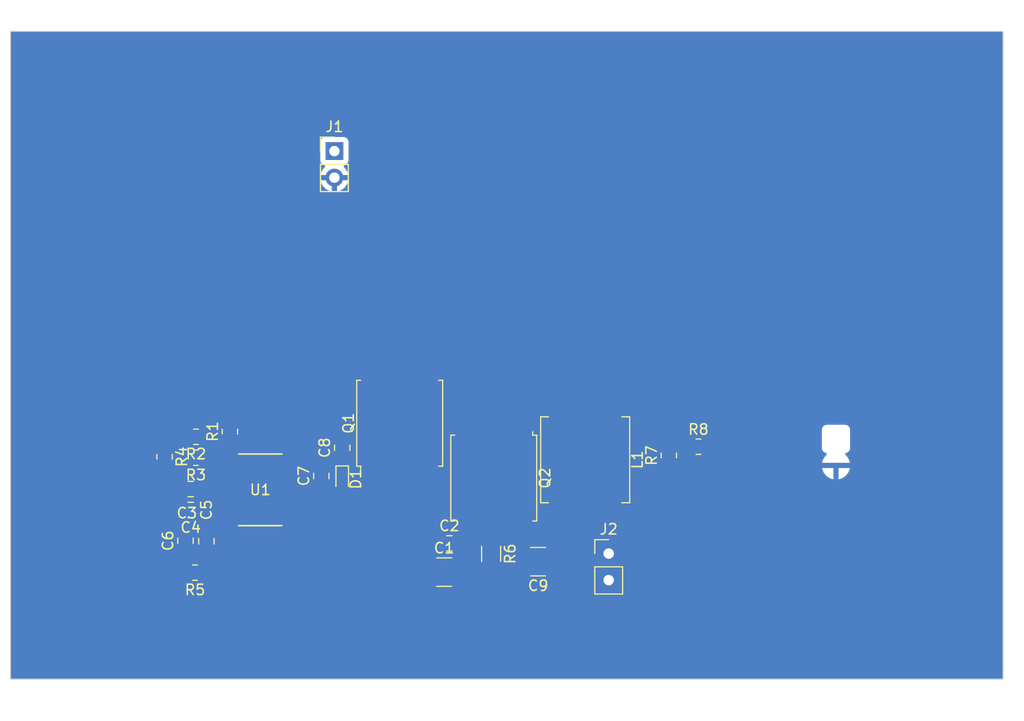
<source format=kicad_pcb>
(kicad_pcb (version 20221018) (generator pcbnew)
  (layers (0 "F.Cu" signal) (31 "B.Cu" signal) (34 "B.Paste" user) (35 "F.Paste" user) (36 "B.SilkS" user "B.Silkscreen") (37 "F.SilkS" user "F.Silkscreen") (38 "B.Mask" user) (39 "F.Mask" user) (44 "Edge.Cuts" user))
  (net 0 "")
  (net 1 "Net-(J1-Pin_1)")
  (net 2 "GND")
  (net 3 "Net-(U1-RAMP)")
  (net 4 "Net-(U1-SS)")
  (net 5 "Net-(U1-COMP)")
  (net 6 "Net-(U1-FB)")
  (net 7 "Net-(C6-Pad1)")
  (net 8 "Net-(D1-A)")
  (net 9 "Net-(D1-K)")
  (net 10 "Net-(Q1-S)")
  (net 11 "Net-(J2-Pin_1)")
  (net 12 "Net-(Q1-G)")
  (net 13 "Net-(Q2-G)")
  (net 14 "Net-(Q2-S)")
  (net 15 "Net-(U1-UVLO)")
  (net 16 "Net-(U1-RT{slash}SYNC)")
  (net 17 "Net-(U1-EN)")
  (footprint "Package_TO_SOT_SMD:PQFN_8x8" (layer "F.Cu") (at 166.25 81.5 90)
    (fp_text reference "Q1" (at 0 -4.9 90) (layer "F.SilkS"))
    (fp_text value "Q_NMOS_GDS")
    (fp_line (start -4.11 -3.73) (end -4.44 -3.73) (stroke (width 0.12)) (layer "F.SilkS"))
    (fp_line (start -4.11 -3.73) (end -4.11 -4.11) (stroke (width 0.12)) (layer "F.SilkS"))
    (fp_line (start -4.11 3.73) (end -4.11 4.11) (stroke (width 0.12)) (layer "F.SilkS"))
    (fp_line (start 4.11 -4.11) (end -4.11 -4.11) (stroke (width 0.12)) (layer "F.SilkS"))
    (fp_line (start 4.11 -3.73) (end 4.11 -4.11) (stroke (width 0.12)) (layer "F.SilkS"))
    (fp_line (start 4.11 3.73) (end 4.11 4.11) (stroke (width 0.12)) (layer "F.SilkS"))
    (fp_line (start 4.11 4.11) (end -4.11 4.11) (stroke (width 0.12)) (layer "F.SilkS"))
    (pad "1" smd rect (at -3.935 -3 90) (size 1.13 1.1) (layers "F.Cu" "F.Paste" "F.Mask") (net 12 "Net-(Q1-G)"))
    (pad "2" smd custom (at -3.61 1 90) (size 0.48 5.1) (layers "F.Cu" "F.Paste" "F.Mask") (net 1 "Net-(J1-Pin_1)") (options (clearance outline) (anchor rect)) (primitives (gr_poly (pts (xy -0.24 -1.45) (xy -0.89 -1.45) (xy -0.89 -2.55) (xy -0.24 -2.55)) (width 0) (fill yes)) (gr_poly (pts (xy -0.24 0.55) (xy -0.89 0.55) (xy -0.89 -0.55) (xy -0.24 -0.55)) (width 0) (fill yes)) (gr_poly (pts (xy -0.24 2.55) (xy -0.89 2.55) (xy -0.89 1.45) (xy -0.24 1.45)) (width 0) (fill yes))))
    (pad "3" smd custom (at 0.785 0 90) (size 5.23 6.9) (layers "F.Cu" "F.Mask") (net 10 "Net-(Q1-S)") (options (clearance outline) (anchor rect)) (primitives (gr_poly (pts (xy 3.715 -2.45) (xy 2.615 -2.45) (xy 2.615 -3.55) (xy 3.715 -3.55)) (width 0) (fill yes)) (gr_poly (pts (xy 3.715 -0.45) (xy 2.615 -0.45) (xy 2.615 -1.55) (xy 3.715 -1.55)) (width 0) (fill yes)) (gr_poly (pts (xy 3.715 1.55) (xy 2.615 1.55) (xy 2.615 0.45) (xy 3.715 0.45)) (width 0) (fill yes)) (gr_poly (pts (xy 3.715 3.55) (xy 2.615 3.55) (xy 2.615 2.45) (xy 3.715 2.45)) (width 0) (fill yes))))
  )
  (footprint "Connector_PinHeader_2.54mm:PinHeader_1x02_P2.54mm_Vertical" (layer "F.Cu") (at 186.25 93.975)
    (fp_text reference "J2" (at 0 -2.33) (layer "F.SilkS"))
    (fp_text value "Conn_01x02_Pin")
    (fp_line (start -1.33 -1.33) (end 0 -1.33) (stroke (width 0.12)) (layer "F.SilkS"))
    (fp_line (start -1.33 0) (end -1.33 -1.33) (stroke (width 0.12)) (layer "F.SilkS"))
    (fp_line (start -1.33 1.27) (end -1.33 3.87) (stroke (width 0.12)) (layer "F.SilkS"))
    (fp_line (start -1.33 1.27) (end 1.33 1.27) (stroke (width 0.12)) (layer "F.SilkS"))
    (fp_line (start -1.33 3.87) (end 1.33 3.87) (stroke (width 0.12)) (layer "F.SilkS"))
    (fp_line (start 1.33 1.27) (end 1.33 3.87) (stroke (width 0.12)) (layer "F.SilkS"))
    (pad "1" thru_hole rect (at 0 0) (size 1.7 1.7) (drill 1) (layers "*.Cu" "*.Mask") (net 11 "Net-(J2-Pin_1)"))
    (pad "2" thru_hole oval (at 0 2.54) (size 1.7 1.7) (drill 1) (layers "*.Cu" "*.Mask") (net 2 "GND"))
  )
  (footprint "Capacitor_SMD:C_0805_2012Metric" (layer "F.Cu") (at 146.25 89.799999 180)
    (fp_text reference "C4" (at 0 -1.68) (layer "F.SilkS"))
    (fp_text value "33n")
    (fp_line (start -0.261252 -0.735) (end 0.261252 -0.735) (stroke (width 0.12)) (layer "F.SilkS"))
    (fp_line (start -0.261252 0.735) (end 0.261252 0.735) (stroke (width 0.12)) (layer "F.SilkS"))
    (pad "1" smd roundrect (at -0.95 0 180) (size 1 1.45) (layers "F.Cu" "F.Paste" "F.Mask") (net 4 "Net-(U1-SS)"))
    (pad "2" smd roundrect (at 0.95 0 180) (size 1 1.45) (layers "F.Cu" "F.Paste" "F.Mask") (net 2 "GND"))
  )
  (footprint "Resistor_SMD:R_0805_2012Metric" (layer "F.Cu") (at 143.75 84.712499 -90)
    (fp_text reference "R4" (at 0 -1.65 90) (layer "F.SilkS"))
    (fp_text value "1Meg")
    (fp_line (start -0.227064 -0.735) (end 0.227064 -0.735) (stroke (width 0.12)) (layer "F.SilkS"))
    (fp_line (start -0.227064 0.735) (end 0.227064 0.735) (stroke (width 0.12)) (layer "F.SilkS"))
    (pad "1" smd roundrect (at -0.9125 0 270) (size 1.025 1.4) (layers "F.Cu" "F.Paste" "F.Mask") (roundrect_rratio 0.243902) (net 1 "Net-(J1-Pin_1)"))
    (pad "2" smd roundrect (at 0.9125 0 270) (size 1.025 1.4) (layers "F.Cu" "F.Paste" "F.Mask") (roundrect_rratio 0.243902) (net 17 "Net-(U1-EN)"))
  )
  (footprint "Resistor_SMD:R_0805_2012Metric" (layer "F.Cu") (at 192 84.5875 90)
    (fp_text reference "R7" (at 0 -1.65 90) (layer "F.SilkS"))
    (fp_text value "62k")
    (fp_line (start -0.227064 -0.735) (end 0.227064 -0.735) (stroke (width 0.12)) (layer "F.SilkS"))
    (fp_line (start -0.227064 0.735) (end 0.227064 0.735) (stroke (width 0.12)) (layer "F.SilkS"))
    (pad "1" smd roundrect (at -0.9125 0 90) (size 1.025 1.4) (layers "F.Cu" "F.Paste" "F.Mask") (roundrect_rratio 0.243902) (net 11 "Net-(J2-Pin_1)"))
    (pad "2" smd roundrect (at 0.9125 0 90) (size 1.025 1.4) (layers "F.Cu" "F.Paste" "F.Mask") (roundrect_rratio 0.243902) (net 6 "Net-(U1-FB)"))
  )
  (footprint "Capacitor_SMD:C_0805_2012Metric" (layer "F.Cu") (at 158.75 86.549999 90)
    (fp_text reference "C7" (at 0 -1.68 90) (layer "F.SilkS"))
    (fp_text value "1u")
    (fp_line (start -0.261252 -0.735) (end 0.261252 -0.735) (stroke (width 0.12)) (layer "F.SilkS"))
    (fp_line (start -0.261252 0.735) (end 0.261252 0.735) (stroke (width 0.12)) (layer "F.SilkS"))
    (pad "1" smd roundrect (at -0.95 0 90) (size 1 1.45) (layers "F.Cu" "F.Paste" "F.Mask") (net 8 "Net-(D1-A)"))
    (pad "2" smd roundrect (at 0.95 0 90) (size 1 1.45) (layers "F.Cu" "F.Paste" "F.Mask") (net 2 "GND"))
  )
  (footprint "Capacitor_SMD:C_0805_2012Metric" (layer "F.Cu") (at 171 93)
    (fp_text reference "C2" (at 0 -1.68) (layer "F.SilkS"))
    (fp_text value "100n")
    (fp_line (start -0.261252 -0.735) (end 0.261252 -0.735) (stroke (width 0.12)) (layer "F.SilkS"))
    (fp_line (start -0.261252 0.735) (end 0.261252 0.735) (stroke (width 0.12)) (layer "F.SilkS"))
    (pad "1" smd roundrect (at -0.95 0) (size 1 1.45) (layers "F.Cu" "F.Paste" "F.Mask") (net 1 "Net-(J1-Pin_1)"))
    (pad "2" smd roundrect (at 0.95 0) (size 1 1.45) (layers "F.Cu" "F.Paste" "F.Mask") (net 2 "GND"))
  )
  (footprint "footprints:MXA20A_TEX" (layer "F.Cu") (at 152.9052 87.874999)
    (fp_text reference "U1" (at 0 0 unlocked) (layer "F.SilkS"))
    (fp_text value "LM5116MHX/NOPB")
    (fp_line (start -2.067964 3.429) (end 2.067951 3.429) (stroke (width 0.1524)) (layer "F.SilkS"))
    (fp_line (start 2.067964 -3.429) (end -2.067951 -3.429) (stroke (width 0.1524)) (layer "F.SilkS"))
    (pad "1" smd rect (at -2.8448 -2.925) (size 1.4224 0.3556) (layers "F.Cu" "F.Paste" "F.Mask") (net 1 "Net-(J1-Pin_1)"))
    (pad "2" smd rect (at -2.8448 -2.274999) (size 1.4224 0.3556) (layers "F.Cu" "F.Paste" "F.Mask") (net 15 "Net-(U1-UVLO)"))
    (pad "3" smd rect (at -2.8448 -1.625001) (size 1.4224 0.3556) (layers "F.Cu" "F.Paste" "F.Mask") (net 16 "Net-(U1-RT{slash}SYNC)"))
    (pad "4" smd rect (at -2.8448 -0.974999) (size 1.4224 0.3556) (layers "F.Cu" "F.Paste" "F.Mask") (net 17 "Net-(U1-EN)"))
    (pad "5" smd rect (at -2.8448 -0.325001) (size 1.4224 0.3556) (layers "F.Cu" "F.Paste" "F.Mask") (net 3 "Net-(U1-RAMP)"))
    (pad "6" smd rect (at -2.8448 0.324998) (size 1.4224 0.3556) (layers "F.Cu" "F.Paste" "F.Mask") (net 2 "GND"))
    (pad "7" smd rect (at -2.8448 0.974999) (size 1.4224 0.3556) (layers "F.Cu" "F.Paste" "F.Mask") (net 4 "Net-(U1-SS)"))
    (pad "8" smd rect (at -2.8448 1.624998) (size 1.4224 0.3556) (layers "F.Cu" "F.Paste" "F.Mask") (net 6 "Net-(U1-FB)"))
    (pad "9" smd rect (at -2.8448 2.274999) (size 1.4224 0.3556) (layers "F.Cu" "F.Paste" "F.Mask") (net 5 "Net-(U1-COMP)"))
    (pad "10" smd rect (at -2.8448 2.924998) (size 1.4224 0.3556) (layers "F.Cu" "F.Paste" "F.Mask") (net 11 "Net-(J2-Pin_1)"))
    (pad "11" smd rect (at 2.8448 2.925) (size 1.4224 0.3556) (layers "F.Cu" "F.Paste" "F.Mask") (net 2 "GND"))
    (pad "12" smd rect (at 2.8448 2.275002) (size 1.4224 0.3556) (layers "F.Cu" "F.Paste" "F.Mask") (net 14 "Net-(Q2-S)"))
    (pad "13" smd rect (at 2.8448 1.625001) (size 1.4224 0.3556) (layers "F.Cu" "F.Paste" "F.Mask") (net 2 "GND"))
    (pad "14" smd rect (at 2.8448 0.975002) (size 1.4224 0.3556) (layers "F.Cu" "F.Paste" "F.Mask") (net 2 "GND"))
    (pad "15" smd rect (at 2.8448 0.325001) (size 1.4224 0.3556) (layers "F.Cu" "F.Paste" "F.Mask") (net 13 "Net-(Q2-G)"))
    (pad "16" smd rect (at 2.8448 -0.324998) (size 1.4224 0.3556) (layers "F.Cu" "F.Paste" "F.Mask") (net 8 "Net-(D1-A)"))
    (pad "17" smd rect (at 2.8448 -0.974999) (size 1.4224 0.3556) (layers "F.Cu" "F.Paste" "F.Mask") (net 2 "GND"))
    (pad "18" smd rect (at 2.8448 -1.624998) (size 1.4224 0.3556) (layers "F.Cu" "F.Paste" "F.Mask") (net 9 "Net-(D1-K)"))
    (pad "19" smd rect (at 2.8448 -2.274999) (size 1.4224 0.3556) (layers "F.Cu" "F.Paste" "F.Mask") (net 12 "Net-(Q1-G)"))
    (pad "20" smd rect (at 2.8448 -2.924998) (size 1.4224 0.3556) (layers "F.Cu" "F.Paste" "F.Mask") (net 10 "Net-(Q1-S)"))
    (pad "21" smd rect (at 0 0) (size 3.1496 4.3434) (layers "F.Cu" "F.Paste" "F.Mask"))
  )
  (footprint "Capacitor_SMD:C_0805_2012Metric" (layer "F.Cu") (at 160.75 83.849999 90)
    (fp_text reference "C8" (at 0 -1.68 90) (layer "F.SilkS"))
    (fp_text value "100n")
    (fp_line (start -0.261252 -0.735) (end 0.261252 -0.735) (stroke (width 0.12)) (layer "F.SilkS"))
    (fp_line (start -0.261252 0.735) (end 0.261252 0.735) (stroke (width 0.12)) (layer "F.SilkS"))
    (pad "1" smd roundrect (at -0.95 0 90) (size 1 1.45) (layers "F.Cu" "F.Paste" "F.Mask") (net 9 "Net-(D1-K)"))
    (pad "2" smd roundrect (at 0.95 0 90) (size 1 1.45) (layers "F.Cu" "F.Paste" "F.Mask") (net 10 "Net-(Q1-S)"))
  )
  (footprint "Inductor_SMD:L_Coilcraft_XAL7070-XXX" (layer "F.Cu") (at 184 85 -90)
    (fp_text reference "L1" (at 0 -5 90) (layer "F.SilkS"))
    (fp_text value "1.2u")
    (fp_line (start -4.11 -4.26) (end -4.11 -3.51) (stroke (width 0.12)) (layer "F.SilkS"))
    (fp_line (start -4.11 -4.26) (end 4.11 -4.26) (stroke (width 0.12)) (layer "F.SilkS"))
    (fp_line (start -4.11 4.26) (end -4.11 3.51) (stroke (width 0.12)) (layer "F.SilkS"))
    (fp_line (start -4.11 4.26) (end 4.11 4.26) (stroke (width 0.12)) (layer "F.SilkS"))
    (fp_line (start 4.11 -4.26) (end 4.11 -3.51) (stroke (width 0.12)) (layer "F.SilkS"))
    (fp_line (start 4.11 4.26) (end 4.11 3.51) (stroke (width 0.12)) (layer "F.SilkS"))
    (pad "1" smd rect (at -2.41 0 270) (size 1.92 6.5) (layers "F.Cu" "F.Paste" "F.Mask") (net 10 "Net-(Q1-S)"))
    (pad "2" smd rect (at 2.41 0 270) (size 1.92 6.5) (layers "F.Cu" "F.Paste" "F.Mask") (net 11 "Net-(J2-Pin_1)"))
  )
  (footprint "Resistor_SMD:R_0805_2012Metric" (layer "F.Cu") (at 146.6625 95.799999 180)
    (fp_text reference "R5" (at 0 -1.65) (layer "F.SilkS"))
    (fp_text value "40.2k")
    (fp_line (start -0.227064 -0.735) (end 0.227064 -0.735) (stroke (width 0.12)) (layer "F.SilkS"))
    (fp_line (start -0.227064 0.735) (end 0.227064 0.735) (stroke (width 0.12)) (layer "F.SilkS"))
    (pad "1" smd roundrect (at -0.9125 0 180) (size 1.025 1.4) (layers "F.Cu" "F.Paste" "F.Mask") (roundrect_rratio 0.243902) (net 5 "Net-(U1-COMP)"))
    (pad "2" smd roundrect (at 0.9125 0 180) (size 1.025 1.4) (layers "F.Cu" "F.Paste" "F.Mask") (roundrect_rratio 0.243902) (net 7 "Net-(C6-Pad1)"))
  )
  (footprint "Resistor_SMD:R_1206_3216Metric" (layer "F.Cu") (at 175 94 -90)
    (fp_text reference "R6" (at 0 -1.82 90) (layer "F.SilkS"))
    (fp_text value "3m")
    (fp_line (start -0.727064 -0.91) (end 0.727064 -0.91) (stroke (width 0.12)) (layer "F.SilkS"))
    (fp_line (start -0.727064 0.91) (end 0.727064 0.91) (stroke (width 0.12)) (layer "F.SilkS"))
    (pad "1" smd roundrect (at -1.4625 0 270) (size 1.125 1.75) (layers "F.Cu" "F.Paste" "F.Mask") (roundrect_rratio 0.222222) (net 14 "Net-(Q2-S)"))
    (pad "2" smd roundrect (at 1.4625 0 270) (size 1.125 1.75) (layers "F.Cu" "F.Paste" "F.Mask") (roundrect_rratio 0.222222) (net 2 "GND"))
  )
  (footprint "Connector_PinHeader_2.54mm:PinHeader_1x02_P2.54mm_Vertical" (layer "F.Cu") (at 160 55.46)
    (fp_text reference "J1" (at 0 -2.33) (layer "F.SilkS"))
    (fp_text value "Conn_01x02_Pin")
    (fp_line (start -1.33 -1.33) (end 0 -1.33) (stroke (width 0.12)) (layer "F.SilkS"))
    (fp_line (start -1.33 0) (end -1.33 -1.33) (stroke (width 0.12)) (layer "F.SilkS"))
    (fp_line (start -1.33 1.27) (end -1.33 3.87) (stroke (width 0.12)) (layer "F.SilkS"))
    (fp_line (start -1.33 1.27) (end 1.33 1.27) (stroke (width 0.12)) (layer "F.SilkS"))
    (fp_line (start -1.33 3.87) (end 1.33 3.87) (stroke (width 0.12)) (layer "F.SilkS"))
    (fp_line (start 1.33 1.27) (end 1.33 3.87) (stroke (width 0.12)) (layer "F.SilkS"))
    (pad "1" thru_hole rect (at 0 0) (size 1.7 1.7) (drill 1) (layers "*.Cu" "*.Mask") (net 1 "Net-(J1-Pin_1)"))
    (pad "2" thru_hole oval (at 0 2.54) (size 1.7 1.7) (drill 1) (layers "*.Cu" "*.Mask") (net 2 "GND"))
  )
  (footprint "Package_TO_SOT_SMD:PQFN_8x8" (layer "F.Cu") (at 175.25 86.75 -90)
    (fp_text reference "Q2" (at 0 -4.9 90) (layer "F.SilkS"))
    (fp_text value "Q_NMOS_GDS")
    (fp_line (start -4.11 -3.73) (end -4.44 -3.73) (stroke (width 0.12)) (layer "F.SilkS"))
    (fp_line (start -4.11 -3.73) (end -4.11 -4.11) (stroke (width 0.12)) (layer "F.SilkS"))
    (fp_line (start -4.11 3.73) (end -4.11 4.11) (stroke (width 0.12)) (layer "F.SilkS"))
    (fp_line (start 4.11 -4.11) (end -4.11 -4.11) (stroke (width 0.12)) (layer "F.SilkS"))
    (fp_line (start 4.11 -3.73) (end 4.11 -4.11) (stroke (width 0.12)) (layer "F.SilkS"))
    (fp_line (start 4.11 3.73) (end 4.11 4.11) (stroke (width 0.12)) (layer "F.SilkS"))
    (fp_line (start 4.11 4.11) (end -4.11 4.11) (stroke (width 0.12)) (layer "F.SilkS"))
    (pad "1" smd rect (at -3.935 -3 270) (size 1.13 1.1) (layers "F.Cu" "F.Paste" "F.Mask") (net 13 "Net-(Q2-G)"))
    (pad "2" smd custom (at -3.61 1 270) (size 0.48 5.1) (layers "F.Cu" "F.Paste" "F.Mask") (net 10 "Net-(Q1-S)") (options (clearance outline) (anchor rect)) (primitives (gr_poly (pts (xy -0.24 -1.45) (xy -0.89 -1.45) (xy -0.89 -2.55) (xy -0.24 -2.55)) (width 0) (fill yes)) (gr_poly (pts (xy -0.24 0.55) (xy -0.89 0.55) (xy -0.89 -0.55) (xy -0.24 -0.55)) (width 0) (fill yes)) (gr_poly (pts (xy -0.24 2.55) (xy -0.89 2.55) (xy -0.89 1.45) (xy -0.24 1.45)) (width 0) (fill yes))))
    (pad "3" smd custom (at 0.785 0 270) (size 5.23 6.9) (layers "F.Cu" "F.Mask") (net 14 "Net-(Q2-S)") (options (clearance outline) (anchor rect)) (primitives (gr_poly (pts (xy 3.715 -2.45) (xy 2.615 -2.45) (xy 2.615 -3.55) (xy 3.715 -3.55)) (width 0) (fill yes)) (gr_poly (pts (xy 3.715 -0.45) (xy 2.615 -0.45) (xy 2.615 -1.55) (xy 3.715 -1.55)) (width 0) (fill yes)) (gr_poly (pts (xy 3.715 1.55) (xy 2.615 1.55) (xy 2.615 0.45) (xy 3.715 0.45)) (width 0) (fill yes)) (gr_poly (pts (xy 3.715 3.55) (xy 2.615 3.55) (xy 2.615 2.45) (xy 3.715 2.45)) (width 0) (fill yes))))
  )
  (footprint "Capacitor_SMD:C_0805_2012Metric" (layer "F.Cu") (at 145.75 92.749999 90)
    (fp_text reference "C6" (at 0 -1.68 90) (layer "F.SilkS"))
    (fp_text value "220p")
    (fp_line (start -0.261252 -0.735) (end 0.261252 -0.735) (stroke (width 0.12)) (layer "F.SilkS"))
    (fp_line (start -0.261252 0.735) (end 0.261252 0.735) (stroke (width 0.12)) (layer "F.SilkS"))
    (pad "1" smd roundrect (at -0.95 0 90) (size 1 1.45) (layers "F.Cu" "F.Paste" "F.Mask") (net 7 "Net-(C6-Pad1)"))
    (pad "2" smd roundrect (at 0.95 0 90) (size 1 1.45) (layers "F.Cu" "F.Paste" "F.Mask") (net 6 "Net-(U1-FB)"))
  )
  (footprint "Capacitor_SMD:C_0805_2012Metric" (layer "F.Cu") (at 147.75 92.799999 90)
    (fp_text reference "C5" (at 3 0 90) (layer "F.SilkS"))
    (fp_text value "6.8p")
    (fp_line (start -0.261252 -0.735) (end 0.261252 -0.735) (stroke (width 0.12)) (layer "F.SilkS"))
    (fp_line (start -0.261252 0.735) (end 0.261252 0.735) (stroke (width 0.12)) (layer "F.SilkS"))
    (pad "1" smd roundrect (at -0.95 0 90) (size 1 1.45) (layers "F.Cu" "F.Paste" "F.Mask") (net 5 "Net-(U1-COMP)"))
    (pad "2" smd roundrect (at 0.95 0 90) (size 1 1.45) (layers "F.Cu" "F.Paste" "F.Mask") (net 6 "Net-(U1-FB)"))
  )
  (footprint "Resistor_SMD:R_0805_2012Metric" (layer "F.Cu") (at 150 82.299999 90)
    (fp_text reference "R1" (at 0 -1.65 90) (layer "F.SilkS"))
    (fp_text value "110k")
    (fp_line (start -0.227064 -0.735) (end 0.227064 -0.735) (stroke (width 0.12)) (layer "F.SilkS"))
    (fp_line (start -0.227064 0.735) (end 0.227064 0.735) (stroke (width 0.12)) (layer "F.SilkS"))
    (pad "1" smd roundrect (at -0.9125 0 90) (size 1.025 1.4) (layers "F.Cu" "F.Paste" "F.Mask") (roundrect_rratio 0.243902) (net 1 "Net-(J1-Pin_1)"))
    (pad "2" smd roundrect (at 0.9125 0 90) (size 1.025 1.4) (layers "F.Cu" "F.Paste" "F.Mask") (roundrect_rratio 0.243902) (net 15 "Net-(U1-UVLO)"))
  )
  (footprint "Resistor_SMD:R_0805_2012Metric" (layer "F.Cu") (at 146.75 84.799999 180)
    (fp_text reference "R3" (at 0 -1.65) (layer "F.SilkS"))
    (fp_text value "1.91k")
    (fp_line (start -0.227064 -0.735) (end 0.227064 -0.735) (stroke (width 0.12)) (layer "F.SilkS"))
    (fp_line (start -0.227064 0.735) (end 0.227064 0.735) (stroke (width 0.12)) (layer "F.SilkS"))
    (pad "1" smd roundrect (at -0.9125 0 180) (size 1.025 1.4) (layers "F.Cu" "F.Paste" "F.Mask") (roundrect_rratio 0.243902) (net 16 "Net-(U1-RT{slash}SYNC)"))
    (pad "2" smd roundrect (at 0.9125 0 180) (size 1.025 1.4) (layers "F.Cu" "F.Paste" "F.Mask") (roundrect_rratio 0.243902) (net 2 "GND"))
  )
  (footprint "Diode_SMD:D_SOD-523" (layer "F.Cu") (at 160.75 86.849999 -90)
    (fp_text reference "D1" (at 0 -1.3 90) (layer "F.SilkS"))
    (fp_text value "BAS516")
    (fp_line (start -1.26 -0.6) (end -1.26 0.6) (stroke (width 0.12)) (layer "F.SilkS"))
    (fp_line (start 0.7 -0.6) (end -1.26 -0.6) (stroke (width 0.12)) (layer "F.SilkS"))
    (fp_line (start 0.7 0.6) (end -1.26 0.6) (stroke (width 0.12)) (layer "F.SilkS"))
    (pad "1" smd roundrect (at -0.7 0 90) (size 0.6 0.7) (layers "F.Cu" "F.Paste" "F.Mask") (net 9 "Net-(D1-K)"))
    (pad "2" smd roundrect (at 0.7 0 90) (size 0.6 0.7) (layers "F.Cu" "F.Paste" "F.Mask") (net 8 "Net-(D1-A)"))
  )
  (footprint "Resistor_SMD:R_0805_2012Metric" (layer "F.Cu") (at 146.75 82.799999 180)
    (fp_text reference "R2" (at 0 -1.65) (layer "F.SilkS"))
    (fp_text value "2.15k")
    (fp_line (start -0.227064 -0.735) (end 0.227064 -0.735) (stroke (width 0.12)) (layer "F.SilkS"))
    (fp_line (start -0.227064 0.735) (end 0.227064 0.735) (stroke (width 0.12)) (layer "F.SilkS"))
    (pad "1" smd roundrect (at -0.9125 0 180) (size 1.025 1.4) (layers "F.Cu" "F.Paste" "F.Mask") (roundrect_rratio 0.243902) (net 15 "Net-(U1-UVLO)"))
    (pad "2" smd roundrect (at 0.9125 0 180) (size 1.025 1.4) (layers "F.Cu" "F.Paste" "F.Mask") (roundrect_rratio 0.243902) (net 2 "GND"))
  )
  (footprint "Resistor_SMD:R_0805_2012Metric" (layer "F.Cu") (at 194.8375 83.75)
    (fp_text reference "R8" (at 0 -1.65) (layer "F.SilkS"))
    (fp_text value "11.1k")
    (fp_line (start -0.227064 -0.735) (end 0.227064 -0.735) (stroke (width 0.12)) (layer "F.SilkS"))
    (fp_line (start -0.227064 0.735) (end 0.227064 0.735) (stroke (width 0.12)) (layer "F.SilkS"))
    (pad "1" smd roundrect (at -0.9125 0) (size 1.025 1.4) (layers "F.Cu" "F.Paste" "F.Mask") (roundrect_rratio 0.243902) (net 6 "Net-(U1-FB)"))
    (pad "2" smd roundrect (at 0.9125 0) (size 1.025 1.4) (layers "F.Cu" "F.Paste" "F.Mask") (roundrect_rratio 0.243902) (net 2 "GND"))
  )
  (footprint "Capacitor_SMD:C_1210_3225Metric" (layer "F.Cu") (at 179.5 94.75 180)
    (fp_text reference "C9" (at 0 -2.3) (layer "F.SilkS"))
    (fp_text value "22u")
    (fp_line (start -0.711252 -1.36) (end 0.711252 -1.36) (stroke (width 0.12)) (layer "F.SilkS"))
    (fp_line (start -0.711252 1.36) (end 0.711252 1.36) (stroke (width 0.12)) (layer "F.SilkS"))
    (pad "1" smd roundrect (at -1.475 0 180) (size 1.15 2.7) (layers "F.Cu" "F.Paste" "F.Mask") (roundrect_rratio 0.217391) (net 11 "Net-(J2-Pin_1)"))
    (pad "2" smd roundrect (at 1.475 0 180) (size 1.15 2.7) (layers "F.Cu" "F.Paste" "F.Mask") (roundrect_rratio 0.217391) (net 2 "GND"))
  )
  (footprint "Capacitor_SMD:C_1210_3225Metric" (layer "F.Cu") (at 170.5 95.75)
    (fp_text reference "C1" (at 0 -2.3) (layer "F.SilkS"))
    (fp_text value "2.2u")
    (fp_line (start -0.711252 -1.36) (end 0.711252 -1.36) (stroke (width 0.12)) (layer "F.SilkS"))
    (fp_line (start -0.711252 1.36) (end 0.711252 1.36) (stroke (width 0.12)) (layer "F.SilkS"))
    (pad "1" smd roundrect (at -1.475 0) (size 1.15 2.7) (layers "F.Cu" "F.Paste" "F.Mask") (roundrect_rratio 0.217391) (net 1 "Net-(J1-Pin_1)"))
    (pad "2" smd roundrect (at 1.475 0) (size 1.15 2.7) (layers "F.Cu" "F.Paste" "F.Mask") (roundrect_rratio 0.217391) (net 2 "GND"))
  )
  (footprint "Capacitor_SMD:C_0805_2012Metric" (layer "F.Cu") (at 146.25 87.799999 180)
    (fp_text reference "C3" (at 0.365 -2.3) (layer "F.SilkS"))
    (fp_text value "150p")
    (fp_line (start -0.261252 -0.735) (end 0.261252 -0.735) (stroke (width 0.12)) (layer "F.SilkS"))
    (fp_line (start -0.261252 0.735) (end 0.261252 0.735) (stroke (width 0.12)) (layer "F.SilkS"))
    (pad "1" smd roundrect (at -0.95 0 180) (size 1 1.45) (layers "F.Cu" "F.Paste" "F.Mask") (net 3 "Net-(U1-RAMP)"))
    (pad "2" smd roundrect (at 0.95 0 180) (size 1 1.45) (layers "F.Cu" "F.Paste" "F.Mask") (net 2 "GND"))
  )
  (gr_rect (start 129 44) (end 224 106) (stroke (width 0.1)) (fill none) (layer "Edge.Cuts"))
  (segment (start 143.75 83.799999) (end 143.75 83.25576) (width 0.4) (layer "F.Cu") (net 1))
  (segment (start 151.1 80.85576) (end 151.1 82.112499) (width 0.4) (layer "F.Cu") (net 1))
  (segment (start 151.1 82.112499) (end 150 83.212499) (width 0.4) (layer "F.Cu") (net 1))
  (segment (start 146.705761 80.299999) (end 150.544239 80.299999) (width 0.4) (layer "F.Cu") (net 1))
  (segment (start 150.0604 83.079638) (end 150.0604 84.949999) (width 0.4) (layer "F.Cu") (net 1))
  (segment (start 143.75 83.25576) (end 146.705761 80.299999) (width 0.4) (layer "F.Cu") (net 1))
  (segment (start 150.544239 80.299999) (end 151.1 80.85576) (width 0.4) (layer "F.Cu") (net 1))
  (segment (start 150.0604 87.549998) (end 147.450001 87.549998) (width 0.4) (layer "F.Cu") (net 3))
  (segment (start 147.450001 87.549998) (end 147.2 87.799999) (width 0.4) (layer "F.Cu") (net 3))
  (segment (start 148.150001 88.849998) (end 147.2 89.799999) (width 0.4) (layer "F.Cu") (net 4))
  (segment (start 150.0604 88.849998) (end 148.150001 88.849998) (width 0.4) (layer "F.Cu") (net 4))
  (segment (start 150.0604 90.149998) (end 149.021399 90.149998) (width 0.4) (layer "F.Cu") (net 5))
  (segment (start 148.875 92.624999) (end 147.75 93.749999) (width 0.4) (layer "F.Cu") (net 5))
  (segment (start 148.875 90.296397) (end 148.875 92.624999) (width 0.4) (layer "F.Cu") (net 5))
  (segment (start 147.75 95.624999) (end 147.575 95.799999) (width 0.4) (layer "F.Cu") (net 5))
  (segment (start 149.021399 90.149998) (end 148.875 90.296397) (width 0.4) (layer "F.Cu") (net 5))
  (segment (start 147.75 93.749999) (end 147.75 95.624999) (width 0.4) (layer "F.Cu") (net 5))
  (segment (start 150.0604 89.499997) (end 148.823578 89.499997) (width 0.4) (layer "F.Cu") (net 6))
  (segment (start 148.25 91.349999) (end 147.75 91.849999) (width 0.4) (layer "F.Cu") (net 6))
  (segment (start 148.25 90.073575) (end 148.25 91.349999) (width 0.4) (layer "F.Cu") (net 6))
  (segment (start 148.823578 89.499997) (end 148.25 90.073575) (width 0.4) (layer "F.Cu") (net 6))
  (segment (start 145.75 93.699999) (end 145.75 95.799999) (width 0.4) (layer "F.Cu") (net 7))
  (segment (start 160.749998 87.550001) (end 160.75 87.549999) (width 0.4) (layer "F.Cu") (net 8))
  (segment (start 155.75 87.550001) (end 160.749998 87.550001) (width 0.4) (layer "F.Cu") (net 8))
  (segment (start 160.4 86.499999) (end 160.75 86.149999) (width 0.4) (layer "F.Cu") (net 9))
  (segment (start 160.75 84.799999) (end 160.75 86.149999) (width 0.4) (layer "F.Cu") (net 9))
  (segment (start 155.75 86.250001) (end 157.755763 86.250001) (width 0.4) (layer "F.Cu") (net 9))
  (segment (start 157.755763 86.250001) (end 158.005761 86.499999) (width 0.4) (layer "F.Cu") (net 9))
  (segment (start 158.005761 86.499999) (end 160.4 86.499999) (width 0.4) (layer "F.Cu") (net 9))
  (segment (start 150 81.387499) (end 149.075 81.387499) (width 0.4) (layer "F.Cu") (net 15))
  (segment (start 148.575 83.712499) (end 147.6625 82.799999) (width 0.4) (layer "F.Cu") (net 15))
  (segment (start 149.075 81.387499) (end 147.6625 82.799999) (width 0.4) (layer "F.Cu") (net 15))
  (segment (start 148.575 85.153599) (end 148.575 83.712499) (width 0.4) (layer "F.Cu") (net 15))
  (segment (start 150.0604 85.6) (end 149.021401 85.6) (width 0.4) (layer "F.Cu") (net 15))
  (segment (start 149.021401 85.6) (end 148.575 85.153599) (width 0.4) (layer "F.Cu") (net 15))
  (segment (start 147.6625 85.088921) (end 147.6625 84.799999) (width 0.4) (layer "F.Cu") (net 16))
  (segment (start 148.823577 86.249998) (end 147.6625 85.088921) (width 0.4) (layer "F.Cu") (net 16))
  (segment (start 150.0604 86.249998) (end 148.823577 86.249998) (width 0.4) (layer "F.Cu") (net 16))
  (segment (start 148.025756 86.299999) (end 144.425 86.299999) (width 0.4) (layer "F.Cu") (net 17))
  (segment (start 144.425 86.299999) (end 143.75 85.624999) (width 0.4) (layer "F.Cu") (net 17))
  (segment (start 150.0604 86.9) (end 148.625757 86.9) (width 0.4) (layer "F.Cu") (net 17))
  (segment (start 148.625757 86.9) (end 148.025756 86.299999) (width 0.4) (layer "F.Cu") (net 17))
  (zone (net 2) (net_name "GND") (layer "B.Cu") (connect_pads (clearance 0.5)) (min_thickness 0.25) (fill yes (thermal_gap 0.5) (thermal_bridge_width 0.5))
    (polygon (pts (xy 128 42) (xy 128 110) (xy 226 110) (xy 226 41)))
  )
)
</source>
